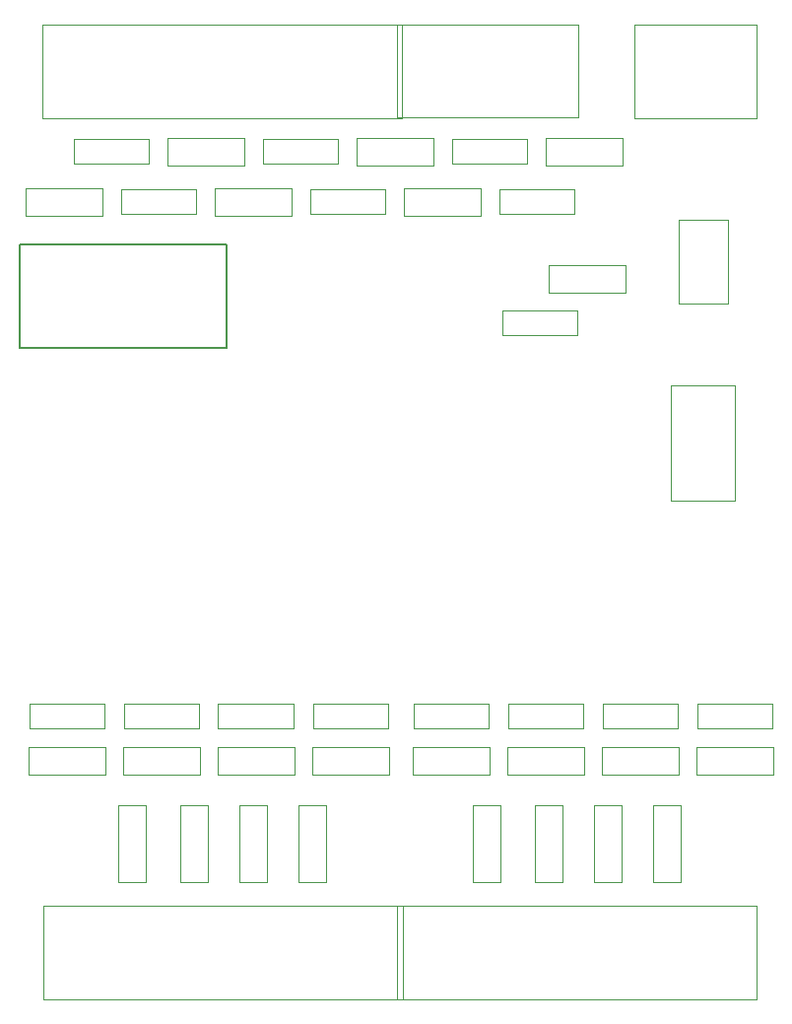
<source format=gbr>
G04 #@! TF.GenerationSoftware,KiCad,Pcbnew,5.0.2+dfsg1-1*
G04 #@! TF.CreationDate,2021-01-22T13:52:48+01:00*
G04 #@! TF.ProjectId,wat,7761742e-6b69-4636-9164-5f7063625858,rev?*
G04 #@! TF.SameCoordinates,Original*
G04 #@! TF.FileFunction,Other,User*
%FSLAX46Y46*%
G04 Gerber Fmt 4.6, Leading zero omitted, Abs format (unit mm)*
G04 Created by KiCad (PCBNEW 5.0.2+dfsg1-1) date vie 22 ene 2021 13:52:48 CET*
%MOMM*%
%LPD*%
G01*
G04 APERTURE LIST*
%ADD10C,0.050000*%
%ADD11C,0.150000*%
G04 APERTURE END LIST*
D10*
G04 #@! TO.C,C11*
X85260000Y-135670000D02*
X78760000Y-135670000D01*
X85260000Y-135670000D02*
X85260000Y-133570000D01*
X78760000Y-133570000D02*
X78760000Y-135670000D01*
X78760000Y-133570000D02*
X85260000Y-133570000D01*
G04 #@! TO.C,J4*
X94545600Y-83222600D02*
X63645600Y-83222600D01*
X94545600Y-83222600D02*
X94545600Y-75222600D01*
X63645600Y-75222600D02*
X63645600Y-83222600D01*
X63645600Y-75222600D02*
X94545600Y-75222600D01*
G04 #@! TO.C,C1*
X117709500Y-116138500D02*
X117709500Y-106238500D01*
X117709500Y-116138500D02*
X123209500Y-116138500D01*
X123209500Y-106238500D02*
X117709500Y-106238500D01*
X123209500Y-106238500D02*
X123209500Y-116138500D01*
G04 #@! TO.C,C2*
X103176000Y-99788000D02*
X109676000Y-99788000D01*
X103176000Y-99788000D02*
X103176000Y-101888000D01*
X109676000Y-101888000D02*
X109676000Y-99788000D01*
X109676000Y-101888000D02*
X103176000Y-101888000D01*
G04 #@! TO.C,C5*
X86666000Y-89374000D02*
X93166000Y-89374000D01*
X86666000Y-89374000D02*
X86666000Y-91474000D01*
X93166000Y-91474000D02*
X93166000Y-89374000D01*
X93166000Y-91474000D02*
X86666000Y-91474000D01*
G04 #@! TO.C,C6*
X82602000Y-85056000D02*
X89102000Y-85056000D01*
X82602000Y-85056000D02*
X82602000Y-87156000D01*
X89102000Y-87156000D02*
X89102000Y-85056000D01*
X89102000Y-87156000D02*
X82602000Y-87156000D01*
G04 #@! TO.C,C7*
X70410000Y-89374000D02*
X76910000Y-89374000D01*
X70410000Y-89374000D02*
X70410000Y-91474000D01*
X76910000Y-91474000D02*
X76910000Y-89374000D01*
X76910000Y-91474000D02*
X70410000Y-91474000D01*
G04 #@! TO.C,C8*
X66346000Y-85056000D02*
X72846000Y-85056000D01*
X66346000Y-85056000D02*
X66346000Y-87156000D01*
X72846000Y-87156000D02*
X72846000Y-85056000D01*
X72846000Y-87156000D02*
X66346000Y-87156000D01*
G04 #@! TO.C,C9*
X62536000Y-133570000D02*
X69036000Y-133570000D01*
X62536000Y-133570000D02*
X62536000Y-135670000D01*
X69036000Y-135670000D02*
X69036000Y-133570000D01*
X69036000Y-135670000D02*
X62536000Y-135670000D01*
G04 #@! TO.C,C10*
X77164000Y-135670000D02*
X70664000Y-135670000D01*
X77164000Y-135670000D02*
X77164000Y-133570000D01*
X70664000Y-133570000D02*
X70664000Y-135670000D01*
X70664000Y-133570000D02*
X77164000Y-133570000D01*
G04 #@! TO.C,C12*
X86920000Y-133570000D02*
X93420000Y-133570000D01*
X86920000Y-133570000D02*
X86920000Y-135670000D01*
X93420000Y-135670000D02*
X93420000Y-133570000D01*
X93420000Y-135670000D02*
X86920000Y-135670000D01*
G04 #@! TO.C,C13*
X95556000Y-133570000D02*
X102056000Y-133570000D01*
X95556000Y-133570000D02*
X95556000Y-135670000D01*
X102056000Y-135670000D02*
X102056000Y-133570000D01*
X102056000Y-135670000D02*
X95556000Y-135670000D01*
G04 #@! TO.C,C14*
X110184000Y-135670000D02*
X103684000Y-135670000D01*
X110184000Y-135670000D02*
X110184000Y-133570000D01*
X103684000Y-133570000D02*
X103684000Y-135670000D01*
X103684000Y-133570000D02*
X110184000Y-133570000D01*
G04 #@! TO.C,C15*
X111812000Y-133570000D02*
X118312000Y-133570000D01*
X111812000Y-133570000D02*
X111812000Y-135670000D01*
X118312000Y-135670000D02*
X118312000Y-133570000D01*
X118312000Y-135670000D02*
X111812000Y-135670000D01*
G04 #@! TO.C,C16*
X126440000Y-135670000D02*
X119940000Y-135670000D01*
X126440000Y-135670000D02*
X126440000Y-133570000D01*
X119940000Y-133570000D02*
X119940000Y-135670000D01*
X119940000Y-133570000D02*
X126440000Y-133570000D01*
D11*
G04 #@! TO.C,J1*
X61722000Y-102997000D02*
X79502000Y-102997000D01*
X61722000Y-94107000D02*
X61722000Y-102997000D01*
X79502000Y-94107000D02*
X61722000Y-94107000D01*
X79502000Y-102997000D02*
X79502000Y-94107000D01*
D10*
G04 #@! TO.C,J2*
X125076400Y-158914600D02*
X94176400Y-158914600D01*
X125076400Y-158914600D02*
X125076400Y-150914600D01*
X94176400Y-150914600D02*
X94176400Y-158914600D01*
X94176400Y-150914600D02*
X125076400Y-150914600D01*
G04 #@! TO.C,J3*
X94155600Y-75197200D02*
X109755600Y-75197200D01*
X94155600Y-75197200D02*
X94155600Y-83197200D01*
X109755600Y-83197200D02*
X109755600Y-75197200D01*
X109755600Y-83197200D02*
X94155600Y-83197200D01*
G04 #@! TO.C,J5*
X63721800Y-150940000D02*
X94621800Y-150940000D01*
X63721800Y-150940000D02*
X63721800Y-158940000D01*
X94621800Y-158940000D02*
X94621800Y-150940000D01*
X94621800Y-158940000D02*
X63721800Y-158940000D01*
G04 #@! TO.C,P1*
X114511000Y-75222600D02*
X125011000Y-75222600D01*
X114511000Y-75222600D02*
X114511000Y-83222600D01*
X125011000Y-83222600D02*
X125011000Y-75222600D01*
X125011000Y-83222600D02*
X114511000Y-83222600D01*
G04 #@! TO.C,R1*
X107190000Y-95828000D02*
X113790000Y-95828000D01*
X107190000Y-98228000D02*
X113790000Y-98228000D01*
X107190000Y-95828000D02*
X107190000Y-98228000D01*
X113790000Y-95828000D02*
X113790000Y-98228000D01*
G04 #@! TO.C,R3*
X101344000Y-91624000D02*
X94744000Y-91624000D01*
X101344000Y-89224000D02*
X94744000Y-89224000D01*
X101344000Y-91624000D02*
X101344000Y-89224000D01*
X94744000Y-91624000D02*
X94744000Y-89224000D01*
G04 #@! TO.C,R4*
X97280000Y-84906000D02*
X97280000Y-87306000D01*
X90680000Y-84906000D02*
X90680000Y-87306000D01*
X90680000Y-87306000D02*
X97280000Y-87306000D01*
X90680000Y-84906000D02*
X97280000Y-84906000D01*
G04 #@! TO.C,R5*
X85088000Y-91624000D02*
X78488000Y-91624000D01*
X85088000Y-89224000D02*
X78488000Y-89224000D01*
X85088000Y-91624000D02*
X85088000Y-89224000D01*
X78488000Y-91624000D02*
X78488000Y-89224000D01*
G04 #@! TO.C,R6*
X81024000Y-84906000D02*
X81024000Y-87306000D01*
X74424000Y-84906000D02*
X74424000Y-87306000D01*
X74424000Y-87306000D02*
X81024000Y-87306000D01*
X74424000Y-84906000D02*
X81024000Y-84906000D01*
G04 #@! TO.C,R7*
X68864000Y-91624000D02*
X62264000Y-91624000D01*
X68864000Y-89224000D02*
X62264000Y-89224000D01*
X68864000Y-91624000D02*
X68864000Y-89224000D01*
X62264000Y-91624000D02*
X62264000Y-89224000D01*
G04 #@! TO.C,R8*
X72574000Y-142242000D02*
X72574000Y-148842000D01*
X70174000Y-142242000D02*
X70174000Y-148842000D01*
X72574000Y-142242000D02*
X70174000Y-142242000D01*
X72574000Y-148842000D02*
X70174000Y-148842000D01*
G04 #@! TO.C,R9*
X77908000Y-142242000D02*
X77908000Y-148842000D01*
X75508000Y-142242000D02*
X75508000Y-148842000D01*
X77908000Y-142242000D02*
X75508000Y-142242000D01*
X77908000Y-148842000D02*
X75508000Y-148842000D01*
G04 #@! TO.C,R10*
X82988000Y-142242000D02*
X82988000Y-148842000D01*
X80588000Y-142242000D02*
X80588000Y-148842000D01*
X82988000Y-142242000D02*
X80588000Y-142242000D01*
X82988000Y-148842000D02*
X80588000Y-148842000D01*
G04 #@! TO.C,R11*
X88068000Y-148842000D02*
X85668000Y-148842000D01*
X88068000Y-142242000D02*
X85668000Y-142242000D01*
X85668000Y-142242000D02*
X85668000Y-148842000D01*
X88068000Y-142242000D02*
X88068000Y-148842000D01*
G04 #@! TO.C,R12*
X103054000Y-142242000D02*
X103054000Y-148842000D01*
X100654000Y-142242000D02*
X100654000Y-148842000D01*
X103054000Y-142242000D02*
X100654000Y-142242000D01*
X103054000Y-148842000D02*
X100654000Y-148842000D01*
G04 #@! TO.C,R13*
X108388000Y-148842000D02*
X105988000Y-148842000D01*
X108388000Y-142242000D02*
X105988000Y-142242000D01*
X105988000Y-142242000D02*
X105988000Y-148842000D01*
X108388000Y-142242000D02*
X108388000Y-148842000D01*
G04 #@! TO.C,R14*
X69086000Y-137230000D02*
X69086000Y-139630000D01*
X62486000Y-137230000D02*
X62486000Y-139630000D01*
X62486000Y-139630000D02*
X69086000Y-139630000D01*
X62486000Y-137230000D02*
X69086000Y-137230000D01*
G04 #@! TO.C,R15*
X77182000Y-137230000D02*
X77182000Y-139630000D01*
X70582000Y-137230000D02*
X70582000Y-139630000D01*
X70582000Y-139630000D02*
X77182000Y-139630000D01*
X70582000Y-137230000D02*
X77182000Y-137230000D01*
G04 #@! TO.C,R16*
X78710000Y-139630000D02*
X78710000Y-137230000D01*
X85310000Y-139630000D02*
X85310000Y-137230000D01*
X85310000Y-137230000D02*
X78710000Y-137230000D01*
X85310000Y-139630000D02*
X78710000Y-139630000D01*
G04 #@! TO.C,R17*
X86870000Y-139630000D02*
X86870000Y-137230000D01*
X93470000Y-139630000D02*
X93470000Y-137230000D01*
X93470000Y-137230000D02*
X86870000Y-137230000D01*
X93470000Y-139630000D02*
X86870000Y-139630000D01*
G04 #@! TO.C,R18*
X102106000Y-137230000D02*
X102106000Y-139630000D01*
X95506000Y-137230000D02*
X95506000Y-139630000D01*
X95506000Y-139630000D02*
X102106000Y-139630000D01*
X95506000Y-137230000D02*
X102106000Y-137230000D01*
G04 #@! TO.C,R19*
X103634000Y-137230000D02*
X110234000Y-137230000D01*
X103634000Y-139630000D02*
X110234000Y-139630000D01*
X103634000Y-137230000D02*
X103634000Y-139630000D01*
X110234000Y-137230000D02*
X110234000Y-139630000D01*
G04 #@! TO.C,R20*
X113468000Y-148842000D02*
X111068000Y-148842000D01*
X113468000Y-142242000D02*
X111068000Y-142242000D01*
X111068000Y-142242000D02*
X111068000Y-148842000D01*
X113468000Y-142242000D02*
X113468000Y-148842000D01*
G04 #@! TO.C,R21*
X118548000Y-148842000D02*
X116148000Y-148842000D01*
X118548000Y-142242000D02*
X116148000Y-142242000D01*
X116148000Y-142242000D02*
X116148000Y-148842000D01*
X118548000Y-142242000D02*
X118548000Y-148842000D01*
G04 #@! TO.C,R22*
X118362000Y-139630000D02*
X111762000Y-139630000D01*
X118362000Y-137230000D02*
X111762000Y-137230000D01*
X118362000Y-139630000D02*
X118362000Y-137230000D01*
X111762000Y-139630000D02*
X111762000Y-137230000D01*
G04 #@! TO.C,R23*
X126490000Y-139630000D02*
X119890000Y-139630000D01*
X126490000Y-137230000D02*
X119890000Y-137230000D01*
X126490000Y-139630000D02*
X126490000Y-137230000D01*
X119890000Y-139630000D02*
X119890000Y-137230000D01*
G04 #@! TO.C,C3*
X109422000Y-91474000D02*
X102922000Y-91474000D01*
X109422000Y-91474000D02*
X109422000Y-89374000D01*
X102922000Y-89374000D02*
X102922000Y-91474000D01*
X102922000Y-89374000D02*
X109422000Y-89374000D01*
G04 #@! TO.C,C4*
X105358000Y-87156000D02*
X98858000Y-87156000D01*
X105358000Y-87156000D02*
X105358000Y-85056000D01*
X98858000Y-85056000D02*
X98858000Y-87156000D01*
X98858000Y-85056000D02*
X105358000Y-85056000D01*
G04 #@! TO.C,D1*
X122559500Y-99177500D02*
X118359500Y-99177500D01*
X122559500Y-91957500D02*
X122559500Y-99177500D01*
X118359500Y-91957500D02*
X122559500Y-91957500D01*
X118359500Y-99177500D02*
X118359500Y-91957500D01*
G04 #@! TO.C,R2*
X113536000Y-84906000D02*
X113536000Y-87306000D01*
X106936000Y-84906000D02*
X106936000Y-87306000D01*
X106936000Y-87306000D02*
X113536000Y-87306000D01*
X106936000Y-84906000D02*
X113536000Y-84906000D01*
G04 #@! TD*
M02*

</source>
